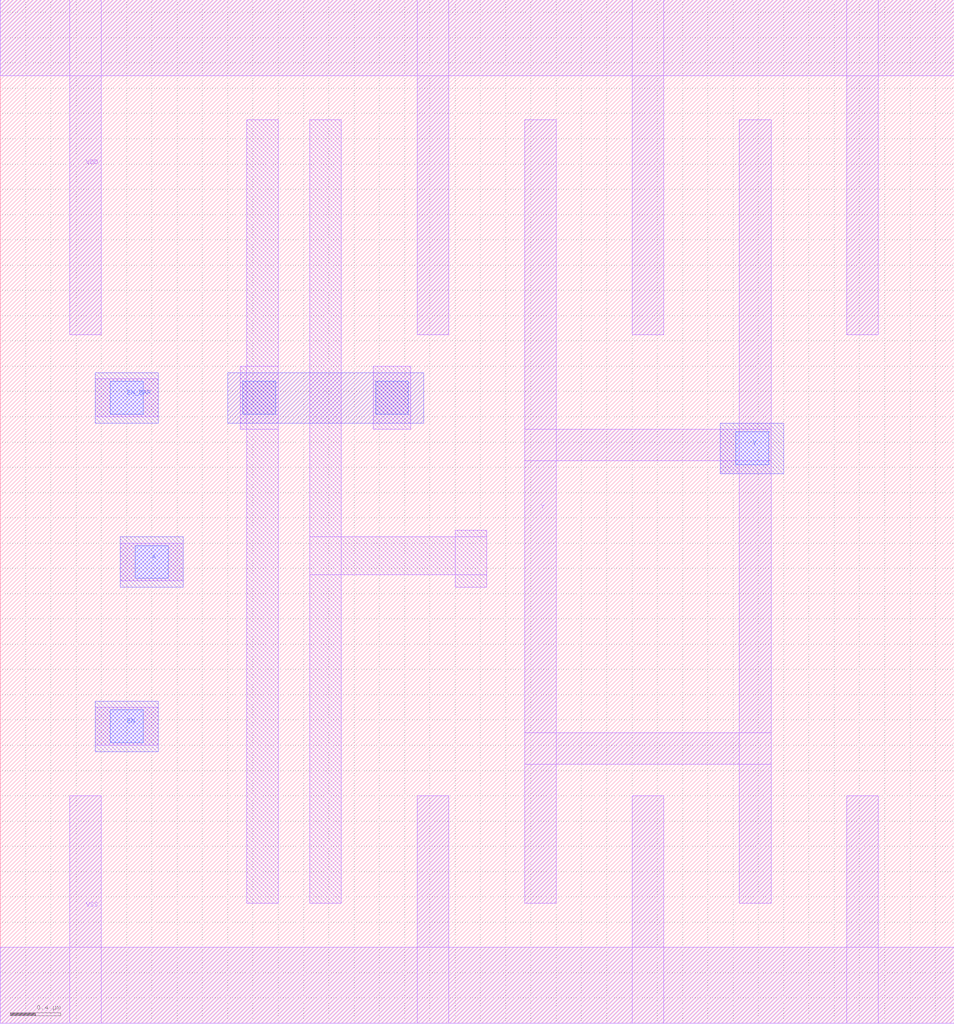
<source format=lef>
# Copyright 2022 Google LLC
# Licensed under the Apache License, Version 2.0 (the "License");
# you may not use this file except in compliance with the License.
# You may obtain a copy of the License at
#
#      http://www.apache.org/licenses/LICENSE-2.0
#
# Unless required by applicable law or agreed to in writing, software
# distributed under the License is distributed on an "AS IS" BASIS,
# WITHOUT WARRANTIES OR CONDITIONS OF ANY KIND, either express or implied.
# See the License for the specific language governing permissions and
# limitations under the License.
VERSION 5.7 ;
BUSBITCHARS "[]" ;
DIVIDERCHAR "/" ;

MACRO gf180mcu_osu_sc_gp12t3v3__tinv_4
  CLASS CORE ;
  ORIGIN 0 0 ;
  FOREIGN gf180mcu_osu_sc_gp12t3v3__tinv_4 0 0 ;
  SIZE 7.55 BY 8.1 ;
  SYMMETRY X Y ;
  SITE GF180_3p3_12t ;
  PIN VDD
    DIRECTION INOUT ;
    USE POWER ;
    SHAPE ABUTMENT ;
    PORT
      LAYER MET1 ;
        RECT 0 7.5 7.55 8.1 ;
        RECT 6.7 5.45 6.95 8.1 ;
        RECT 5 5.45 5.25 8.1 ;
        RECT 3.3 5.45 3.55 8.1 ;
        RECT 0.55 5.45 0.8 8.1 ;
    END
  END VDD
  PIN VSS
    DIRECTION INOUT ;
    USE GROUND ;
    PORT
      LAYER MET1 ;
        RECT 0 0 7.55 0.6 ;
        RECT 6.7 0 6.95 1.8 ;
        RECT 5 0 5.25 1.8 ;
        RECT 3.3 0 3.55 1.8 ;
        RECT 0.55 0 0.8 1.8 ;
    END
  END VSS
  PIN A
    DIRECTION INPUT ;
    USE SIGNAL ;
    PORT
      LAYER MET1 ;
        RECT 0.95 3.5 1.45 3.8 ;
      LAYER MET2 ;
        RECT 0.95 3.45 1.45 3.85 ;
      LAYER VIA12 ;
        RECT 1.07 3.52 1.33 3.78 ;
    END
  END A
  PIN EN
    DIRECTION INPUT ;
    USE SIGNAL ;
    PORT
      LAYER MET1 ;
        RECT 0.75 2.2 1.25 2.5 ;
      LAYER MET2 ;
        RECT 0.75 2.15 1.25 2.55 ;
      LAYER VIA12 ;
        RECT 0.87 2.22 1.13 2.48 ;
    END
  END EN
  PIN EN_BAR
    DIRECTION INPUT ;
    USE SIGNAL ;
    PORT
      LAYER MET1 ;
        RECT 0.75 4.8 1.25 5.1 ;
      LAYER MET2 ;
        RECT 0.75 4.75 1.25 5.15 ;
      LAYER VIA12 ;
        RECT 0.87 4.82 1.13 5.08 ;
    END
  END EN_BAR
  PIN Y
    DIRECTION OUTPUT ;
    USE SIGNAL ;
    PORT
      LAYER MET1 ;
        RECT 5.85 0.95 6.1 7.15 ;
        RECT 4.15 4.45 6.1 4.7 ;
        RECT 5.7 4.35 6.1 4.7 ;
        RECT 4.15 2.05 6.1 2.3 ;
        RECT 4.15 0.95 4.4 7.15 ;
      LAYER MET2 ;
        RECT 5.7 4.35 6.2 4.75 ;
      LAYER VIA12 ;
        RECT 5.82 4.42 6.08 4.68 ;
    END
  END Y
  OBS
    LAYER MET2 ;
      RECT 1.8 4.75 3.35 5.15 ;
    LAYER VIA12 ;
      RECT 2.97 4.82 3.23 5.08 ;
      RECT 1.92 4.82 2.18 5.08 ;
    LAYER MET1 ;
      RECT 2.45 0.95 2.7 7.15 ;
      RECT 3.6 3.45 3.85 3.9 ;
      RECT 2.45 3.55 3.85 3.85 ;
      RECT 1.95 0.95 2.2 7.15 ;
      RECT 1.9 4.7 2.2 5.2 ;
      RECT 2.95 4.7 3.25 5.2 ;
  END
END gf180mcu_osu_sc_gp12t3v3__tinv_4

</source>
